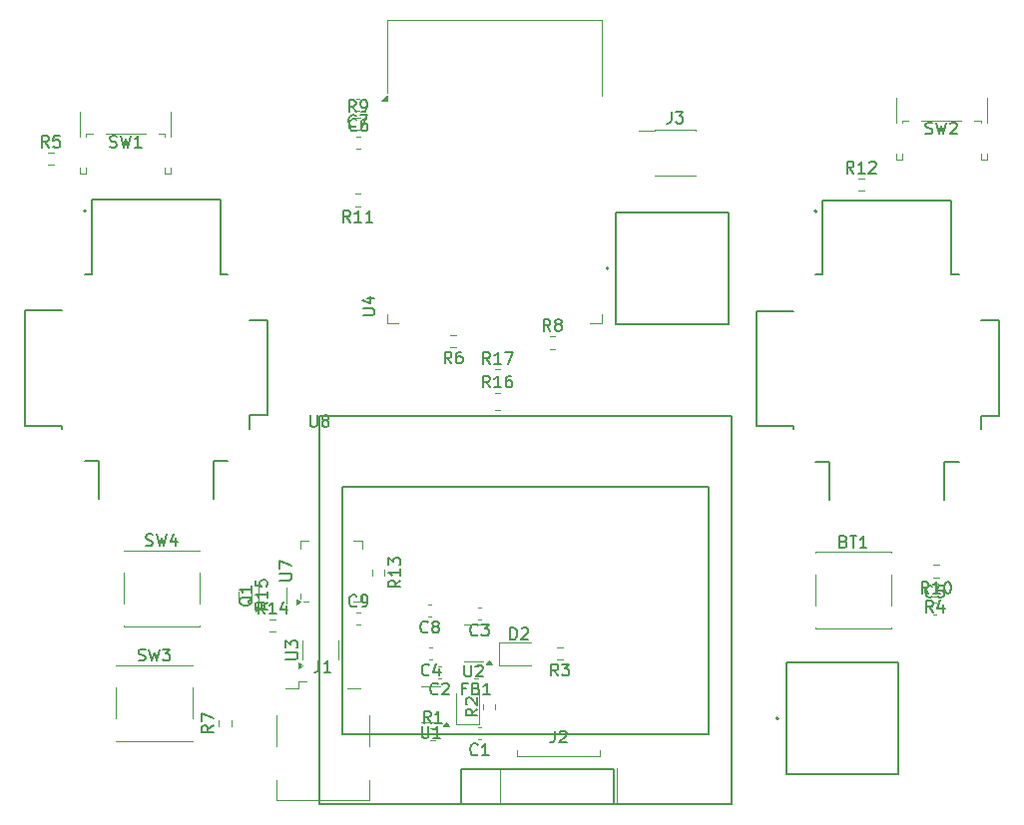
<source format=gbr>
%TF.GenerationSoftware,KiCad,Pcbnew,9.0.1*%
%TF.CreationDate,2025-09-21T13:47:25+02:00*%
%TF.ProjectId,RcSender,52635365-6e64-4657-922e-6b696361645f,rev?*%
%TF.SameCoordinates,Original*%
%TF.FileFunction,Legend,Top*%
%TF.FilePolarity,Positive*%
%FSLAX46Y46*%
G04 Gerber Fmt 4.6, Leading zero omitted, Abs format (unit mm)*
G04 Created by KiCad (PCBNEW 9.0.1) date 2025-09-21 13:47:25*
%MOMM*%
%LPD*%
G01*
G04 APERTURE LIST*
%ADD10C,0.150000*%
%ADD11C,0.120000*%
%ADD12C,0.127000*%
%ADD13C,0.200000*%
G04 APERTURE END LIST*
D10*
X66084819Y-122967857D02*
X65608628Y-123301190D01*
X66084819Y-123539285D02*
X65084819Y-123539285D01*
X65084819Y-123539285D02*
X65084819Y-123158333D01*
X65084819Y-123158333D02*
X65132438Y-123063095D01*
X65132438Y-123063095D02*
X65180057Y-123015476D01*
X65180057Y-123015476D02*
X65275295Y-122967857D01*
X65275295Y-122967857D02*
X65418152Y-122967857D01*
X65418152Y-122967857D02*
X65513390Y-123015476D01*
X65513390Y-123015476D02*
X65561009Y-123063095D01*
X65561009Y-123063095D02*
X65608628Y-123158333D01*
X65608628Y-123158333D02*
X65608628Y-123539285D01*
X66084819Y-122015476D02*
X66084819Y-122586904D01*
X66084819Y-122301190D02*
X65084819Y-122301190D01*
X65084819Y-122301190D02*
X65227676Y-122396428D01*
X65227676Y-122396428D02*
X65322914Y-122491666D01*
X65322914Y-122491666D02*
X65370533Y-122586904D01*
X65084819Y-121682142D02*
X65084819Y-121063095D01*
X65084819Y-121063095D02*
X65465771Y-121396428D01*
X65465771Y-121396428D02*
X65465771Y-121253571D01*
X65465771Y-121253571D02*
X65513390Y-121158333D01*
X65513390Y-121158333D02*
X65561009Y-121110714D01*
X65561009Y-121110714D02*
X65656247Y-121063095D01*
X65656247Y-121063095D02*
X65894342Y-121063095D01*
X65894342Y-121063095D02*
X65989580Y-121110714D01*
X65989580Y-121110714D02*
X66037200Y-121158333D01*
X66037200Y-121158333D02*
X66084819Y-121253571D01*
X66084819Y-121253571D02*
X66084819Y-121539285D01*
X66084819Y-121539285D02*
X66037200Y-121634523D01*
X66037200Y-121634523D02*
X65989580Y-121682142D01*
X58438095Y-108954819D02*
X58438095Y-109764342D01*
X58438095Y-109764342D02*
X58485714Y-109859580D01*
X58485714Y-109859580D02*
X58533333Y-109907200D01*
X58533333Y-109907200D02*
X58628571Y-109954819D01*
X58628571Y-109954819D02*
X58819047Y-109954819D01*
X58819047Y-109954819D02*
X58914285Y-109907200D01*
X58914285Y-109907200D02*
X58961904Y-109859580D01*
X58961904Y-109859580D02*
X59009523Y-109764342D01*
X59009523Y-109764342D02*
X59009523Y-108954819D01*
X59628571Y-109383390D02*
X59533333Y-109335771D01*
X59533333Y-109335771D02*
X59485714Y-109288152D01*
X59485714Y-109288152D02*
X59438095Y-109192914D01*
X59438095Y-109192914D02*
X59438095Y-109145295D01*
X59438095Y-109145295D02*
X59485714Y-109050057D01*
X59485714Y-109050057D02*
X59533333Y-109002438D01*
X59533333Y-109002438D02*
X59628571Y-108954819D01*
X59628571Y-108954819D02*
X59819047Y-108954819D01*
X59819047Y-108954819D02*
X59914285Y-109002438D01*
X59914285Y-109002438D02*
X59961904Y-109050057D01*
X59961904Y-109050057D02*
X60009523Y-109145295D01*
X60009523Y-109145295D02*
X60009523Y-109192914D01*
X60009523Y-109192914D02*
X59961904Y-109288152D01*
X59961904Y-109288152D02*
X59914285Y-109335771D01*
X59914285Y-109335771D02*
X59819047Y-109383390D01*
X59819047Y-109383390D02*
X59628571Y-109383390D01*
X59628571Y-109383390D02*
X59533333Y-109431009D01*
X59533333Y-109431009D02*
X59485714Y-109478628D01*
X59485714Y-109478628D02*
X59438095Y-109573866D01*
X59438095Y-109573866D02*
X59438095Y-109764342D01*
X59438095Y-109764342D02*
X59485714Y-109859580D01*
X59485714Y-109859580D02*
X59533333Y-109907200D01*
X59533333Y-109907200D02*
X59628571Y-109954819D01*
X59628571Y-109954819D02*
X59819047Y-109954819D01*
X59819047Y-109954819D02*
X59914285Y-109907200D01*
X59914285Y-109907200D02*
X59961904Y-109859580D01*
X59961904Y-109859580D02*
X60009523Y-109764342D01*
X60009523Y-109764342D02*
X60009523Y-109573866D01*
X60009523Y-109573866D02*
X59961904Y-109478628D01*
X59961904Y-109478628D02*
X59914285Y-109431009D01*
X59914285Y-109431009D02*
X59819047Y-109383390D01*
X53530057Y-124365238D02*
X53482438Y-124460476D01*
X53482438Y-124460476D02*
X53387200Y-124555714D01*
X53387200Y-124555714D02*
X53244342Y-124698571D01*
X53244342Y-124698571D02*
X53196723Y-124793809D01*
X53196723Y-124793809D02*
X53196723Y-124889047D01*
X53434819Y-124841428D02*
X53387200Y-124936666D01*
X53387200Y-124936666D02*
X53291961Y-125031904D01*
X53291961Y-125031904D02*
X53101485Y-125079523D01*
X53101485Y-125079523D02*
X52768152Y-125079523D01*
X52768152Y-125079523D02*
X52577676Y-125031904D01*
X52577676Y-125031904D02*
X52482438Y-124936666D01*
X52482438Y-124936666D02*
X52434819Y-124841428D01*
X52434819Y-124841428D02*
X52434819Y-124650952D01*
X52434819Y-124650952D02*
X52482438Y-124555714D01*
X52482438Y-124555714D02*
X52577676Y-124460476D01*
X52577676Y-124460476D02*
X52768152Y-124412857D01*
X52768152Y-124412857D02*
X53101485Y-124412857D01*
X53101485Y-124412857D02*
X53291961Y-124460476D01*
X53291961Y-124460476D02*
X53387200Y-124555714D01*
X53387200Y-124555714D02*
X53434819Y-124650952D01*
X53434819Y-124650952D02*
X53434819Y-124841428D01*
X53434819Y-123460476D02*
X53434819Y-124031904D01*
X53434819Y-123746190D02*
X52434819Y-123746190D01*
X52434819Y-123746190D02*
X52577676Y-123841428D01*
X52577676Y-123841428D02*
X52672914Y-123936666D01*
X52672914Y-123936666D02*
X52720533Y-124031904D01*
X62899819Y-100476904D02*
X63709342Y-100476904D01*
X63709342Y-100476904D02*
X63804580Y-100429285D01*
X63804580Y-100429285D02*
X63852200Y-100381666D01*
X63852200Y-100381666D02*
X63899819Y-100286428D01*
X63899819Y-100286428D02*
X63899819Y-100095952D01*
X63899819Y-100095952D02*
X63852200Y-100000714D01*
X63852200Y-100000714D02*
X63804580Y-99953095D01*
X63804580Y-99953095D02*
X63709342Y-99905476D01*
X63709342Y-99905476D02*
X62899819Y-99905476D01*
X63233152Y-99000714D02*
X63899819Y-99000714D01*
X62852200Y-99238809D02*
X63566485Y-99476904D01*
X63566485Y-99476904D02*
X63566485Y-98857857D01*
X71525595Y-130154819D02*
X71525595Y-130964342D01*
X71525595Y-130964342D02*
X71573214Y-131059580D01*
X71573214Y-131059580D02*
X71620833Y-131107200D01*
X71620833Y-131107200D02*
X71716071Y-131154819D01*
X71716071Y-131154819D02*
X71906547Y-131154819D01*
X71906547Y-131154819D02*
X72001785Y-131107200D01*
X72001785Y-131107200D02*
X72049404Y-131059580D01*
X72049404Y-131059580D02*
X72097023Y-130964342D01*
X72097023Y-130964342D02*
X72097023Y-130154819D01*
X72525595Y-130250057D02*
X72573214Y-130202438D01*
X72573214Y-130202438D02*
X72668452Y-130154819D01*
X72668452Y-130154819D02*
X72906547Y-130154819D01*
X72906547Y-130154819D02*
X73001785Y-130202438D01*
X73001785Y-130202438D02*
X73049404Y-130250057D01*
X73049404Y-130250057D02*
X73097023Y-130345295D01*
X73097023Y-130345295D02*
X73097023Y-130440533D01*
X73097023Y-130440533D02*
X73049404Y-130583390D01*
X73049404Y-130583390D02*
X72477976Y-131154819D01*
X72477976Y-131154819D02*
X73097023Y-131154819D01*
X72624819Y-133891666D02*
X72148628Y-134224999D01*
X72624819Y-134463094D02*
X71624819Y-134463094D01*
X71624819Y-134463094D02*
X71624819Y-134082142D01*
X71624819Y-134082142D02*
X71672438Y-133986904D01*
X71672438Y-133986904D02*
X71720057Y-133939285D01*
X71720057Y-133939285D02*
X71815295Y-133891666D01*
X71815295Y-133891666D02*
X71958152Y-133891666D01*
X71958152Y-133891666D02*
X72053390Y-133939285D01*
X72053390Y-133939285D02*
X72101009Y-133986904D01*
X72101009Y-133986904D02*
X72148628Y-134082142D01*
X72148628Y-134082142D02*
X72148628Y-134463094D01*
X71720057Y-133510713D02*
X71672438Y-133463094D01*
X71672438Y-133463094D02*
X71624819Y-133367856D01*
X71624819Y-133367856D02*
X71624819Y-133129761D01*
X71624819Y-133129761D02*
X71672438Y-133034523D01*
X71672438Y-133034523D02*
X71720057Y-132986904D01*
X71720057Y-132986904D02*
X71815295Y-132939285D01*
X71815295Y-132939285D02*
X71910533Y-132939285D01*
X71910533Y-132939285D02*
X72053390Y-132986904D01*
X72053390Y-132986904D02*
X72624819Y-133558332D01*
X72624819Y-133558332D02*
X72624819Y-132939285D01*
X72633333Y-127589580D02*
X72585714Y-127637200D01*
X72585714Y-127637200D02*
X72442857Y-127684819D01*
X72442857Y-127684819D02*
X72347619Y-127684819D01*
X72347619Y-127684819D02*
X72204762Y-127637200D01*
X72204762Y-127637200D02*
X72109524Y-127541961D01*
X72109524Y-127541961D02*
X72061905Y-127446723D01*
X72061905Y-127446723D02*
X72014286Y-127256247D01*
X72014286Y-127256247D02*
X72014286Y-127113390D01*
X72014286Y-127113390D02*
X72061905Y-126922914D01*
X72061905Y-126922914D02*
X72109524Y-126827676D01*
X72109524Y-126827676D02*
X72204762Y-126732438D01*
X72204762Y-126732438D02*
X72347619Y-126684819D01*
X72347619Y-126684819D02*
X72442857Y-126684819D01*
X72442857Y-126684819D02*
X72585714Y-126732438D01*
X72585714Y-126732438D02*
X72633333Y-126780057D01*
X72966667Y-126684819D02*
X73585714Y-126684819D01*
X73585714Y-126684819D02*
X73252381Y-127065771D01*
X73252381Y-127065771D02*
X73395238Y-127065771D01*
X73395238Y-127065771D02*
X73490476Y-127113390D01*
X73490476Y-127113390D02*
X73538095Y-127161009D01*
X73538095Y-127161009D02*
X73585714Y-127256247D01*
X73585714Y-127256247D02*
X73585714Y-127494342D01*
X73585714Y-127494342D02*
X73538095Y-127589580D01*
X73538095Y-127589580D02*
X73490476Y-127637200D01*
X73490476Y-127637200D02*
X73395238Y-127684819D01*
X73395238Y-127684819D02*
X73109524Y-127684819D01*
X73109524Y-127684819D02*
X73014286Y-127637200D01*
X73014286Y-127637200D02*
X72966667Y-127589580D01*
X41441667Y-86199700D02*
X41584524Y-86247319D01*
X41584524Y-86247319D02*
X41822619Y-86247319D01*
X41822619Y-86247319D02*
X41917857Y-86199700D01*
X41917857Y-86199700D02*
X41965476Y-86152080D01*
X41965476Y-86152080D02*
X42013095Y-86056842D01*
X42013095Y-86056842D02*
X42013095Y-85961604D01*
X42013095Y-85961604D02*
X41965476Y-85866366D01*
X41965476Y-85866366D02*
X41917857Y-85818747D01*
X41917857Y-85818747D02*
X41822619Y-85771128D01*
X41822619Y-85771128D02*
X41632143Y-85723509D01*
X41632143Y-85723509D02*
X41536905Y-85675890D01*
X41536905Y-85675890D02*
X41489286Y-85628271D01*
X41489286Y-85628271D02*
X41441667Y-85533033D01*
X41441667Y-85533033D02*
X41441667Y-85437795D01*
X41441667Y-85437795D02*
X41489286Y-85342557D01*
X41489286Y-85342557D02*
X41536905Y-85294938D01*
X41536905Y-85294938D02*
X41632143Y-85247319D01*
X41632143Y-85247319D02*
X41870238Y-85247319D01*
X41870238Y-85247319D02*
X42013095Y-85294938D01*
X42346429Y-85247319D02*
X42584524Y-86247319D01*
X42584524Y-86247319D02*
X42775000Y-85533033D01*
X42775000Y-85533033D02*
X42965476Y-86247319D01*
X42965476Y-86247319D02*
X43203572Y-85247319D01*
X44108333Y-86247319D02*
X43536905Y-86247319D01*
X43822619Y-86247319D02*
X43822619Y-85247319D01*
X43822619Y-85247319D02*
X43727381Y-85390176D01*
X43727381Y-85390176D02*
X43632143Y-85485414D01*
X43632143Y-85485414D02*
X43536905Y-85533033D01*
X75424405Y-128004819D02*
X75424405Y-127004819D01*
X75424405Y-127004819D02*
X75662500Y-127004819D01*
X75662500Y-127004819D02*
X75805357Y-127052438D01*
X75805357Y-127052438D02*
X75900595Y-127147676D01*
X75900595Y-127147676D02*
X75948214Y-127242914D01*
X75948214Y-127242914D02*
X75995833Y-127433390D01*
X75995833Y-127433390D02*
X75995833Y-127576247D01*
X75995833Y-127576247D02*
X75948214Y-127766723D01*
X75948214Y-127766723D02*
X75900595Y-127861961D01*
X75900595Y-127861961D02*
X75805357Y-127957200D01*
X75805357Y-127957200D02*
X75662500Y-128004819D01*
X75662500Y-128004819D02*
X75424405Y-128004819D01*
X76376786Y-127100057D02*
X76424405Y-127052438D01*
X76424405Y-127052438D02*
X76519643Y-127004819D01*
X76519643Y-127004819D02*
X76757738Y-127004819D01*
X76757738Y-127004819D02*
X76852976Y-127052438D01*
X76852976Y-127052438D02*
X76900595Y-127100057D01*
X76900595Y-127100057D02*
X76948214Y-127195295D01*
X76948214Y-127195295D02*
X76948214Y-127290533D01*
X76948214Y-127290533D02*
X76900595Y-127433390D01*
X76900595Y-127433390D02*
X76329167Y-128004819D01*
X76329167Y-128004819D02*
X76948214Y-128004819D01*
X79458333Y-131084819D02*
X79125000Y-130608628D01*
X78886905Y-131084819D02*
X78886905Y-130084819D01*
X78886905Y-130084819D02*
X79267857Y-130084819D01*
X79267857Y-130084819D02*
X79363095Y-130132438D01*
X79363095Y-130132438D02*
X79410714Y-130180057D01*
X79410714Y-130180057D02*
X79458333Y-130275295D01*
X79458333Y-130275295D02*
X79458333Y-130418152D01*
X79458333Y-130418152D02*
X79410714Y-130513390D01*
X79410714Y-130513390D02*
X79363095Y-130561009D01*
X79363095Y-130561009D02*
X79267857Y-130608628D01*
X79267857Y-130608628D02*
X78886905Y-130608628D01*
X79791667Y-130084819D02*
X80410714Y-130084819D01*
X80410714Y-130084819D02*
X80077381Y-130465771D01*
X80077381Y-130465771D02*
X80220238Y-130465771D01*
X80220238Y-130465771D02*
X80315476Y-130513390D01*
X80315476Y-130513390D02*
X80363095Y-130561009D01*
X80363095Y-130561009D02*
X80410714Y-130656247D01*
X80410714Y-130656247D02*
X80410714Y-130894342D01*
X80410714Y-130894342D02*
X80363095Y-130989580D01*
X80363095Y-130989580D02*
X80315476Y-131037200D01*
X80315476Y-131037200D02*
X80220238Y-131084819D01*
X80220238Y-131084819D02*
X79934524Y-131084819D01*
X79934524Y-131084819D02*
X79839286Y-131037200D01*
X79839286Y-131037200D02*
X79791667Y-130989580D01*
X62358333Y-125129580D02*
X62310714Y-125177200D01*
X62310714Y-125177200D02*
X62167857Y-125224819D01*
X62167857Y-125224819D02*
X62072619Y-125224819D01*
X62072619Y-125224819D02*
X61929762Y-125177200D01*
X61929762Y-125177200D02*
X61834524Y-125081961D01*
X61834524Y-125081961D02*
X61786905Y-124986723D01*
X61786905Y-124986723D02*
X61739286Y-124796247D01*
X61739286Y-124796247D02*
X61739286Y-124653390D01*
X61739286Y-124653390D02*
X61786905Y-124462914D01*
X61786905Y-124462914D02*
X61834524Y-124367676D01*
X61834524Y-124367676D02*
X61929762Y-124272438D01*
X61929762Y-124272438D02*
X62072619Y-124224819D01*
X62072619Y-124224819D02*
X62167857Y-124224819D01*
X62167857Y-124224819D02*
X62310714Y-124272438D01*
X62310714Y-124272438D02*
X62358333Y-124320057D01*
X62834524Y-125224819D02*
X63025000Y-125224819D01*
X63025000Y-125224819D02*
X63120238Y-125177200D01*
X63120238Y-125177200D02*
X63167857Y-125129580D01*
X63167857Y-125129580D02*
X63263095Y-124986723D01*
X63263095Y-124986723D02*
X63310714Y-124796247D01*
X63310714Y-124796247D02*
X63310714Y-124415295D01*
X63310714Y-124415295D02*
X63263095Y-124320057D01*
X63263095Y-124320057D02*
X63215476Y-124272438D01*
X63215476Y-124272438D02*
X63120238Y-124224819D01*
X63120238Y-124224819D02*
X62929762Y-124224819D01*
X62929762Y-124224819D02*
X62834524Y-124272438D01*
X62834524Y-124272438D02*
X62786905Y-124320057D01*
X62786905Y-124320057D02*
X62739286Y-124415295D01*
X62739286Y-124415295D02*
X62739286Y-124653390D01*
X62739286Y-124653390D02*
X62786905Y-124748628D01*
X62786905Y-124748628D02*
X62834524Y-124796247D01*
X62834524Y-124796247D02*
X62929762Y-124843866D01*
X62929762Y-124843866D02*
X63120238Y-124843866D01*
X63120238Y-124843866D02*
X63215476Y-124796247D01*
X63215476Y-124796247D02*
X63263095Y-124748628D01*
X63263095Y-124748628D02*
X63310714Y-124653390D01*
X71654166Y-132161009D02*
X71320833Y-132161009D01*
X71320833Y-132684819D02*
X71320833Y-131684819D01*
X71320833Y-131684819D02*
X71797023Y-131684819D01*
X72511309Y-132161009D02*
X72654166Y-132208628D01*
X72654166Y-132208628D02*
X72701785Y-132256247D01*
X72701785Y-132256247D02*
X72749404Y-132351485D01*
X72749404Y-132351485D02*
X72749404Y-132494342D01*
X72749404Y-132494342D02*
X72701785Y-132589580D01*
X72701785Y-132589580D02*
X72654166Y-132637200D01*
X72654166Y-132637200D02*
X72558928Y-132684819D01*
X72558928Y-132684819D02*
X72177976Y-132684819D01*
X72177976Y-132684819D02*
X72177976Y-131684819D01*
X72177976Y-131684819D02*
X72511309Y-131684819D01*
X72511309Y-131684819D02*
X72606547Y-131732438D01*
X72606547Y-131732438D02*
X72654166Y-131780057D01*
X72654166Y-131780057D02*
X72701785Y-131875295D01*
X72701785Y-131875295D02*
X72701785Y-131970533D01*
X72701785Y-131970533D02*
X72654166Y-132065771D01*
X72654166Y-132065771D02*
X72606547Y-132113390D01*
X72606547Y-132113390D02*
X72511309Y-132161009D01*
X72511309Y-132161009D02*
X72177976Y-132161009D01*
X73701785Y-132684819D02*
X73130357Y-132684819D01*
X73416071Y-132684819D02*
X73416071Y-131684819D01*
X73416071Y-131684819D02*
X73320833Y-131827676D01*
X73320833Y-131827676D02*
X73225595Y-131922914D01*
X73225595Y-131922914D02*
X73130357Y-131970533D01*
X43866667Y-129757200D02*
X44009524Y-129804819D01*
X44009524Y-129804819D02*
X44247619Y-129804819D01*
X44247619Y-129804819D02*
X44342857Y-129757200D01*
X44342857Y-129757200D02*
X44390476Y-129709580D01*
X44390476Y-129709580D02*
X44438095Y-129614342D01*
X44438095Y-129614342D02*
X44438095Y-129519104D01*
X44438095Y-129519104D02*
X44390476Y-129423866D01*
X44390476Y-129423866D02*
X44342857Y-129376247D01*
X44342857Y-129376247D02*
X44247619Y-129328628D01*
X44247619Y-129328628D02*
X44057143Y-129281009D01*
X44057143Y-129281009D02*
X43961905Y-129233390D01*
X43961905Y-129233390D02*
X43914286Y-129185771D01*
X43914286Y-129185771D02*
X43866667Y-129090533D01*
X43866667Y-129090533D02*
X43866667Y-128995295D01*
X43866667Y-128995295D02*
X43914286Y-128900057D01*
X43914286Y-128900057D02*
X43961905Y-128852438D01*
X43961905Y-128852438D02*
X44057143Y-128804819D01*
X44057143Y-128804819D02*
X44295238Y-128804819D01*
X44295238Y-128804819D02*
X44438095Y-128852438D01*
X44771429Y-128804819D02*
X45009524Y-129804819D01*
X45009524Y-129804819D02*
X45200000Y-129090533D01*
X45200000Y-129090533D02*
X45390476Y-129804819D01*
X45390476Y-129804819D02*
X45628572Y-128804819D01*
X45914286Y-128804819D02*
X46533333Y-128804819D01*
X46533333Y-128804819D02*
X46200000Y-129185771D01*
X46200000Y-129185771D02*
X46342857Y-129185771D01*
X46342857Y-129185771D02*
X46438095Y-129233390D01*
X46438095Y-129233390D02*
X46485714Y-129281009D01*
X46485714Y-129281009D02*
X46533333Y-129376247D01*
X46533333Y-129376247D02*
X46533333Y-129614342D01*
X46533333Y-129614342D02*
X46485714Y-129709580D01*
X46485714Y-129709580D02*
X46438095Y-129757200D01*
X46438095Y-129757200D02*
X46342857Y-129804819D01*
X46342857Y-129804819D02*
X46057143Y-129804819D01*
X46057143Y-129804819D02*
X45961905Y-129757200D01*
X45961905Y-129757200D02*
X45914286Y-129709580D01*
X50224819Y-135291666D02*
X49748628Y-135624999D01*
X50224819Y-135863094D02*
X49224819Y-135863094D01*
X49224819Y-135863094D02*
X49224819Y-135482142D01*
X49224819Y-135482142D02*
X49272438Y-135386904D01*
X49272438Y-135386904D02*
X49320057Y-135339285D01*
X49320057Y-135339285D02*
X49415295Y-135291666D01*
X49415295Y-135291666D02*
X49558152Y-135291666D01*
X49558152Y-135291666D02*
X49653390Y-135339285D01*
X49653390Y-135339285D02*
X49701009Y-135386904D01*
X49701009Y-135386904D02*
X49748628Y-135482142D01*
X49748628Y-135482142D02*
X49748628Y-135863094D01*
X49224819Y-134958332D02*
X49224819Y-134291666D01*
X49224819Y-134291666D02*
X50224819Y-134720237D01*
X72633333Y-137739580D02*
X72585714Y-137787200D01*
X72585714Y-137787200D02*
X72442857Y-137834819D01*
X72442857Y-137834819D02*
X72347619Y-137834819D01*
X72347619Y-137834819D02*
X72204762Y-137787200D01*
X72204762Y-137787200D02*
X72109524Y-137691961D01*
X72109524Y-137691961D02*
X72061905Y-137596723D01*
X72061905Y-137596723D02*
X72014286Y-137406247D01*
X72014286Y-137406247D02*
X72014286Y-137263390D01*
X72014286Y-137263390D02*
X72061905Y-137072914D01*
X72061905Y-137072914D02*
X72109524Y-136977676D01*
X72109524Y-136977676D02*
X72204762Y-136882438D01*
X72204762Y-136882438D02*
X72347619Y-136834819D01*
X72347619Y-136834819D02*
X72442857Y-136834819D01*
X72442857Y-136834819D02*
X72585714Y-136882438D01*
X72585714Y-136882438D02*
X72633333Y-136930057D01*
X73585714Y-137834819D02*
X73014286Y-137834819D01*
X73300000Y-137834819D02*
X73300000Y-136834819D01*
X73300000Y-136834819D02*
X73204762Y-136977676D01*
X73204762Y-136977676D02*
X73109524Y-137072914D01*
X73109524Y-137072914D02*
X73014286Y-137120533D01*
X36258333Y-86224819D02*
X35925000Y-85748628D01*
X35686905Y-86224819D02*
X35686905Y-85224819D01*
X35686905Y-85224819D02*
X36067857Y-85224819D01*
X36067857Y-85224819D02*
X36163095Y-85272438D01*
X36163095Y-85272438D02*
X36210714Y-85320057D01*
X36210714Y-85320057D02*
X36258333Y-85415295D01*
X36258333Y-85415295D02*
X36258333Y-85558152D01*
X36258333Y-85558152D02*
X36210714Y-85653390D01*
X36210714Y-85653390D02*
X36163095Y-85701009D01*
X36163095Y-85701009D02*
X36067857Y-85748628D01*
X36067857Y-85748628D02*
X35686905Y-85748628D01*
X37163095Y-85224819D02*
X36686905Y-85224819D01*
X36686905Y-85224819D02*
X36639286Y-85701009D01*
X36639286Y-85701009D02*
X36686905Y-85653390D01*
X36686905Y-85653390D02*
X36782143Y-85605771D01*
X36782143Y-85605771D02*
X37020238Y-85605771D01*
X37020238Y-85605771D02*
X37115476Y-85653390D01*
X37115476Y-85653390D02*
X37163095Y-85701009D01*
X37163095Y-85701009D02*
X37210714Y-85796247D01*
X37210714Y-85796247D02*
X37210714Y-86034342D01*
X37210714Y-86034342D02*
X37163095Y-86129580D01*
X37163095Y-86129580D02*
X37115476Y-86177200D01*
X37115476Y-86177200D02*
X37020238Y-86224819D01*
X37020238Y-86224819D02*
X36782143Y-86224819D01*
X36782143Y-86224819D02*
X36686905Y-86177200D01*
X36686905Y-86177200D02*
X36639286Y-86129580D01*
X104532142Y-88424819D02*
X104198809Y-87948628D01*
X103960714Y-88424819D02*
X103960714Y-87424819D01*
X103960714Y-87424819D02*
X104341666Y-87424819D01*
X104341666Y-87424819D02*
X104436904Y-87472438D01*
X104436904Y-87472438D02*
X104484523Y-87520057D01*
X104484523Y-87520057D02*
X104532142Y-87615295D01*
X104532142Y-87615295D02*
X104532142Y-87758152D01*
X104532142Y-87758152D02*
X104484523Y-87853390D01*
X104484523Y-87853390D02*
X104436904Y-87901009D01*
X104436904Y-87901009D02*
X104341666Y-87948628D01*
X104341666Y-87948628D02*
X103960714Y-87948628D01*
X105484523Y-88424819D02*
X104913095Y-88424819D01*
X105198809Y-88424819D02*
X105198809Y-87424819D01*
X105198809Y-87424819D02*
X105103571Y-87567676D01*
X105103571Y-87567676D02*
X105008333Y-87662914D01*
X105008333Y-87662914D02*
X104913095Y-87710533D01*
X105865476Y-87520057D02*
X105913095Y-87472438D01*
X105913095Y-87472438D02*
X106008333Y-87424819D01*
X106008333Y-87424819D02*
X106246428Y-87424819D01*
X106246428Y-87424819D02*
X106341666Y-87472438D01*
X106341666Y-87472438D02*
X106389285Y-87520057D01*
X106389285Y-87520057D02*
X106436904Y-87615295D01*
X106436904Y-87615295D02*
X106436904Y-87710533D01*
X106436904Y-87710533D02*
X106389285Y-87853390D01*
X106389285Y-87853390D02*
X105817857Y-88424819D01*
X105817857Y-88424819D02*
X106436904Y-88424819D01*
X89066666Y-83189819D02*
X89066666Y-83904104D01*
X89066666Y-83904104D02*
X89019047Y-84046961D01*
X89019047Y-84046961D02*
X88923809Y-84142200D01*
X88923809Y-84142200D02*
X88780952Y-84189819D01*
X88780952Y-84189819D02*
X88685714Y-84189819D01*
X89447619Y-83189819D02*
X90066666Y-83189819D01*
X90066666Y-83189819D02*
X89733333Y-83570771D01*
X89733333Y-83570771D02*
X89876190Y-83570771D01*
X89876190Y-83570771D02*
X89971428Y-83618390D01*
X89971428Y-83618390D02*
X90019047Y-83666009D01*
X90019047Y-83666009D02*
X90066666Y-83761247D01*
X90066666Y-83761247D02*
X90066666Y-83999342D01*
X90066666Y-83999342D02*
X90019047Y-84094580D01*
X90019047Y-84094580D02*
X89971428Y-84142200D01*
X89971428Y-84142200D02*
X89876190Y-84189819D01*
X89876190Y-84189819D02*
X89590476Y-84189819D01*
X89590476Y-84189819D02*
X89495238Y-84142200D01*
X89495238Y-84142200D02*
X89447619Y-84094580D01*
X55854819Y-122961904D02*
X56664342Y-122961904D01*
X56664342Y-122961904D02*
X56759580Y-122914285D01*
X56759580Y-122914285D02*
X56807200Y-122866666D01*
X56807200Y-122866666D02*
X56854819Y-122771428D01*
X56854819Y-122771428D02*
X56854819Y-122580952D01*
X56854819Y-122580952D02*
X56807200Y-122485714D01*
X56807200Y-122485714D02*
X56759580Y-122438095D01*
X56759580Y-122438095D02*
X56664342Y-122390476D01*
X56664342Y-122390476D02*
X55854819Y-122390476D01*
X55854819Y-122009523D02*
X55854819Y-121342857D01*
X55854819Y-121342857D02*
X56854819Y-121771428D01*
X103694285Y-119681009D02*
X103837142Y-119728628D01*
X103837142Y-119728628D02*
X103884761Y-119776247D01*
X103884761Y-119776247D02*
X103932380Y-119871485D01*
X103932380Y-119871485D02*
X103932380Y-120014342D01*
X103932380Y-120014342D02*
X103884761Y-120109580D01*
X103884761Y-120109580D02*
X103837142Y-120157200D01*
X103837142Y-120157200D02*
X103741904Y-120204819D01*
X103741904Y-120204819D02*
X103360952Y-120204819D01*
X103360952Y-120204819D02*
X103360952Y-119204819D01*
X103360952Y-119204819D02*
X103694285Y-119204819D01*
X103694285Y-119204819D02*
X103789523Y-119252438D01*
X103789523Y-119252438D02*
X103837142Y-119300057D01*
X103837142Y-119300057D02*
X103884761Y-119395295D01*
X103884761Y-119395295D02*
X103884761Y-119490533D01*
X103884761Y-119490533D02*
X103837142Y-119585771D01*
X103837142Y-119585771D02*
X103789523Y-119633390D01*
X103789523Y-119633390D02*
X103694285Y-119681009D01*
X103694285Y-119681009D02*
X103360952Y-119681009D01*
X104218095Y-119204819D02*
X104789523Y-119204819D01*
X104503809Y-120204819D02*
X104503809Y-119204819D01*
X105646666Y-120204819D02*
X105075238Y-120204819D01*
X105360952Y-120204819D02*
X105360952Y-119204819D01*
X105360952Y-119204819D02*
X105265714Y-119347676D01*
X105265714Y-119347676D02*
X105170476Y-119442914D01*
X105170476Y-119442914D02*
X105075238Y-119490533D01*
X54784819Y-124842857D02*
X54308628Y-125176190D01*
X54784819Y-125414285D02*
X53784819Y-125414285D01*
X53784819Y-125414285D02*
X53784819Y-125033333D01*
X53784819Y-125033333D02*
X53832438Y-124938095D01*
X53832438Y-124938095D02*
X53880057Y-124890476D01*
X53880057Y-124890476D02*
X53975295Y-124842857D01*
X53975295Y-124842857D02*
X54118152Y-124842857D01*
X54118152Y-124842857D02*
X54213390Y-124890476D01*
X54213390Y-124890476D02*
X54261009Y-124938095D01*
X54261009Y-124938095D02*
X54308628Y-125033333D01*
X54308628Y-125033333D02*
X54308628Y-125414285D01*
X54784819Y-123890476D02*
X54784819Y-124461904D01*
X54784819Y-124176190D02*
X53784819Y-124176190D01*
X53784819Y-124176190D02*
X53927676Y-124271428D01*
X53927676Y-124271428D02*
X54022914Y-124366666D01*
X54022914Y-124366666D02*
X54070533Y-124461904D01*
X53784819Y-122985714D02*
X53784819Y-123461904D01*
X53784819Y-123461904D02*
X54261009Y-123509523D01*
X54261009Y-123509523D02*
X54213390Y-123461904D01*
X54213390Y-123461904D02*
X54165771Y-123366666D01*
X54165771Y-123366666D02*
X54165771Y-123128571D01*
X54165771Y-123128571D02*
X54213390Y-123033333D01*
X54213390Y-123033333D02*
X54261009Y-122985714D01*
X54261009Y-122985714D02*
X54356247Y-122938095D01*
X54356247Y-122938095D02*
X54594342Y-122938095D01*
X54594342Y-122938095D02*
X54689580Y-122985714D01*
X54689580Y-122985714D02*
X54737200Y-123033333D01*
X54737200Y-123033333D02*
X54784819Y-123128571D01*
X54784819Y-123128571D02*
X54784819Y-123366666D01*
X54784819Y-123366666D02*
X54737200Y-123461904D01*
X54737200Y-123461904D02*
X54689580Y-123509523D01*
X54582142Y-125824819D02*
X54248809Y-125348628D01*
X54010714Y-125824819D02*
X54010714Y-124824819D01*
X54010714Y-124824819D02*
X54391666Y-124824819D01*
X54391666Y-124824819D02*
X54486904Y-124872438D01*
X54486904Y-124872438D02*
X54534523Y-124920057D01*
X54534523Y-124920057D02*
X54582142Y-125015295D01*
X54582142Y-125015295D02*
X54582142Y-125158152D01*
X54582142Y-125158152D02*
X54534523Y-125253390D01*
X54534523Y-125253390D02*
X54486904Y-125301009D01*
X54486904Y-125301009D02*
X54391666Y-125348628D01*
X54391666Y-125348628D02*
X54010714Y-125348628D01*
X55534523Y-125824819D02*
X54963095Y-125824819D01*
X55248809Y-125824819D02*
X55248809Y-124824819D01*
X55248809Y-124824819D02*
X55153571Y-124967676D01*
X55153571Y-124967676D02*
X55058333Y-125062914D01*
X55058333Y-125062914D02*
X54963095Y-125110533D01*
X56391666Y-125158152D02*
X56391666Y-125824819D01*
X56153571Y-124777200D02*
X55915476Y-125491485D01*
X55915476Y-125491485D02*
X56534523Y-125491485D01*
X79166666Y-135744819D02*
X79166666Y-136459104D01*
X79166666Y-136459104D02*
X79119047Y-136601961D01*
X79119047Y-136601961D02*
X79023809Y-136697200D01*
X79023809Y-136697200D02*
X78880952Y-136744819D01*
X78880952Y-136744819D02*
X78785714Y-136744819D01*
X79595238Y-135840057D02*
X79642857Y-135792438D01*
X79642857Y-135792438D02*
X79738095Y-135744819D01*
X79738095Y-135744819D02*
X79976190Y-135744819D01*
X79976190Y-135744819D02*
X80071428Y-135792438D01*
X80071428Y-135792438D02*
X80119047Y-135840057D01*
X80119047Y-135840057D02*
X80166666Y-135935295D01*
X80166666Y-135935295D02*
X80166666Y-136030533D01*
X80166666Y-136030533D02*
X80119047Y-136173390D01*
X80119047Y-136173390D02*
X79547619Y-136744819D01*
X79547619Y-136744819D02*
X80166666Y-136744819D01*
X56354819Y-129661904D02*
X57164342Y-129661904D01*
X57164342Y-129661904D02*
X57259580Y-129614285D01*
X57259580Y-129614285D02*
X57307200Y-129566666D01*
X57307200Y-129566666D02*
X57354819Y-129471428D01*
X57354819Y-129471428D02*
X57354819Y-129280952D01*
X57354819Y-129280952D02*
X57307200Y-129185714D01*
X57307200Y-129185714D02*
X57259580Y-129138095D01*
X57259580Y-129138095D02*
X57164342Y-129090476D01*
X57164342Y-129090476D02*
X56354819Y-129090476D01*
X56354819Y-128709523D02*
X56354819Y-128090476D01*
X56354819Y-128090476D02*
X56735771Y-128423809D01*
X56735771Y-128423809D02*
X56735771Y-128280952D01*
X56735771Y-128280952D02*
X56783390Y-128185714D01*
X56783390Y-128185714D02*
X56831009Y-128138095D01*
X56831009Y-128138095D02*
X56926247Y-128090476D01*
X56926247Y-128090476D02*
X57164342Y-128090476D01*
X57164342Y-128090476D02*
X57259580Y-128138095D01*
X57259580Y-128138095D02*
X57307200Y-128185714D01*
X57307200Y-128185714D02*
X57354819Y-128280952D01*
X57354819Y-128280952D02*
X57354819Y-128566666D01*
X57354819Y-128566666D02*
X57307200Y-128661904D01*
X57307200Y-128661904D02*
X57259580Y-128709523D01*
X68508333Y-130989580D02*
X68460714Y-131037200D01*
X68460714Y-131037200D02*
X68317857Y-131084819D01*
X68317857Y-131084819D02*
X68222619Y-131084819D01*
X68222619Y-131084819D02*
X68079762Y-131037200D01*
X68079762Y-131037200D02*
X67984524Y-130941961D01*
X67984524Y-130941961D02*
X67936905Y-130846723D01*
X67936905Y-130846723D02*
X67889286Y-130656247D01*
X67889286Y-130656247D02*
X67889286Y-130513390D01*
X67889286Y-130513390D02*
X67936905Y-130322914D01*
X67936905Y-130322914D02*
X67984524Y-130227676D01*
X67984524Y-130227676D02*
X68079762Y-130132438D01*
X68079762Y-130132438D02*
X68222619Y-130084819D01*
X68222619Y-130084819D02*
X68317857Y-130084819D01*
X68317857Y-130084819D02*
X68460714Y-130132438D01*
X68460714Y-130132438D02*
X68508333Y-130180057D01*
X69365476Y-130418152D02*
X69365476Y-131084819D01*
X69127381Y-130037200D02*
X68889286Y-130751485D01*
X68889286Y-130751485D02*
X69508333Y-130751485D01*
X78808333Y-101824819D02*
X78475000Y-101348628D01*
X78236905Y-101824819D02*
X78236905Y-100824819D01*
X78236905Y-100824819D02*
X78617857Y-100824819D01*
X78617857Y-100824819D02*
X78713095Y-100872438D01*
X78713095Y-100872438D02*
X78760714Y-100920057D01*
X78760714Y-100920057D02*
X78808333Y-101015295D01*
X78808333Y-101015295D02*
X78808333Y-101158152D01*
X78808333Y-101158152D02*
X78760714Y-101253390D01*
X78760714Y-101253390D02*
X78713095Y-101301009D01*
X78713095Y-101301009D02*
X78617857Y-101348628D01*
X78617857Y-101348628D02*
X78236905Y-101348628D01*
X79379762Y-101253390D02*
X79284524Y-101205771D01*
X79284524Y-101205771D02*
X79236905Y-101158152D01*
X79236905Y-101158152D02*
X79189286Y-101062914D01*
X79189286Y-101062914D02*
X79189286Y-101015295D01*
X79189286Y-101015295D02*
X79236905Y-100920057D01*
X79236905Y-100920057D02*
X79284524Y-100872438D01*
X79284524Y-100872438D02*
X79379762Y-100824819D01*
X79379762Y-100824819D02*
X79570238Y-100824819D01*
X79570238Y-100824819D02*
X79665476Y-100872438D01*
X79665476Y-100872438D02*
X79713095Y-100920057D01*
X79713095Y-100920057D02*
X79760714Y-101015295D01*
X79760714Y-101015295D02*
X79760714Y-101062914D01*
X79760714Y-101062914D02*
X79713095Y-101158152D01*
X79713095Y-101158152D02*
X79665476Y-101205771D01*
X79665476Y-101205771D02*
X79570238Y-101253390D01*
X79570238Y-101253390D02*
X79379762Y-101253390D01*
X79379762Y-101253390D02*
X79284524Y-101301009D01*
X79284524Y-101301009D02*
X79236905Y-101348628D01*
X79236905Y-101348628D02*
X79189286Y-101443866D01*
X79189286Y-101443866D02*
X79189286Y-101634342D01*
X79189286Y-101634342D02*
X79236905Y-101729580D01*
X79236905Y-101729580D02*
X79284524Y-101777200D01*
X79284524Y-101777200D02*
X79379762Y-101824819D01*
X79379762Y-101824819D02*
X79570238Y-101824819D01*
X79570238Y-101824819D02*
X79665476Y-101777200D01*
X79665476Y-101777200D02*
X79713095Y-101729580D01*
X79713095Y-101729580D02*
X79760714Y-101634342D01*
X79760714Y-101634342D02*
X79760714Y-101443866D01*
X79760714Y-101443866D02*
X79713095Y-101348628D01*
X79713095Y-101348628D02*
X79665476Y-101301009D01*
X79665476Y-101301009D02*
X79570238Y-101253390D01*
X62308333Y-83224819D02*
X61975000Y-82748628D01*
X61736905Y-83224819D02*
X61736905Y-82224819D01*
X61736905Y-82224819D02*
X62117857Y-82224819D01*
X62117857Y-82224819D02*
X62213095Y-82272438D01*
X62213095Y-82272438D02*
X62260714Y-82320057D01*
X62260714Y-82320057D02*
X62308333Y-82415295D01*
X62308333Y-82415295D02*
X62308333Y-82558152D01*
X62308333Y-82558152D02*
X62260714Y-82653390D01*
X62260714Y-82653390D02*
X62213095Y-82701009D01*
X62213095Y-82701009D02*
X62117857Y-82748628D01*
X62117857Y-82748628D02*
X61736905Y-82748628D01*
X62784524Y-83224819D02*
X62975000Y-83224819D01*
X62975000Y-83224819D02*
X63070238Y-83177200D01*
X63070238Y-83177200D02*
X63117857Y-83129580D01*
X63117857Y-83129580D02*
X63213095Y-82986723D01*
X63213095Y-82986723D02*
X63260714Y-82796247D01*
X63260714Y-82796247D02*
X63260714Y-82415295D01*
X63260714Y-82415295D02*
X63213095Y-82320057D01*
X63213095Y-82320057D02*
X63165476Y-82272438D01*
X63165476Y-82272438D02*
X63070238Y-82224819D01*
X63070238Y-82224819D02*
X62879762Y-82224819D01*
X62879762Y-82224819D02*
X62784524Y-82272438D01*
X62784524Y-82272438D02*
X62736905Y-82320057D01*
X62736905Y-82320057D02*
X62689286Y-82415295D01*
X62689286Y-82415295D02*
X62689286Y-82653390D01*
X62689286Y-82653390D02*
X62736905Y-82748628D01*
X62736905Y-82748628D02*
X62784524Y-82796247D01*
X62784524Y-82796247D02*
X62879762Y-82843866D01*
X62879762Y-82843866D02*
X63070238Y-82843866D01*
X63070238Y-82843866D02*
X63165476Y-82796247D01*
X63165476Y-82796247D02*
X63213095Y-82748628D01*
X63213095Y-82748628D02*
X63260714Y-82653390D01*
X111233333Y-124329580D02*
X111185714Y-124377200D01*
X111185714Y-124377200D02*
X111042857Y-124424819D01*
X111042857Y-124424819D02*
X110947619Y-124424819D01*
X110947619Y-124424819D02*
X110804762Y-124377200D01*
X110804762Y-124377200D02*
X110709524Y-124281961D01*
X110709524Y-124281961D02*
X110661905Y-124186723D01*
X110661905Y-124186723D02*
X110614286Y-123996247D01*
X110614286Y-123996247D02*
X110614286Y-123853390D01*
X110614286Y-123853390D02*
X110661905Y-123662914D01*
X110661905Y-123662914D02*
X110709524Y-123567676D01*
X110709524Y-123567676D02*
X110804762Y-123472438D01*
X110804762Y-123472438D02*
X110947619Y-123424819D01*
X110947619Y-123424819D02*
X111042857Y-123424819D01*
X111042857Y-123424819D02*
X111185714Y-123472438D01*
X111185714Y-123472438D02*
X111233333Y-123520057D01*
X112138095Y-123424819D02*
X111661905Y-123424819D01*
X111661905Y-123424819D02*
X111614286Y-123901009D01*
X111614286Y-123901009D02*
X111661905Y-123853390D01*
X111661905Y-123853390D02*
X111757143Y-123805771D01*
X111757143Y-123805771D02*
X111995238Y-123805771D01*
X111995238Y-123805771D02*
X112090476Y-123853390D01*
X112090476Y-123853390D02*
X112138095Y-123901009D01*
X112138095Y-123901009D02*
X112185714Y-123996247D01*
X112185714Y-123996247D02*
X112185714Y-124234342D01*
X112185714Y-124234342D02*
X112138095Y-124329580D01*
X112138095Y-124329580D02*
X112090476Y-124377200D01*
X112090476Y-124377200D02*
X111995238Y-124424819D01*
X111995238Y-124424819D02*
X111757143Y-124424819D01*
X111757143Y-124424819D02*
X111661905Y-124377200D01*
X111661905Y-124377200D02*
X111614286Y-124329580D01*
X69258333Y-132589580D02*
X69210714Y-132637200D01*
X69210714Y-132637200D02*
X69067857Y-132684819D01*
X69067857Y-132684819D02*
X68972619Y-132684819D01*
X68972619Y-132684819D02*
X68829762Y-132637200D01*
X68829762Y-132637200D02*
X68734524Y-132541961D01*
X68734524Y-132541961D02*
X68686905Y-132446723D01*
X68686905Y-132446723D02*
X68639286Y-132256247D01*
X68639286Y-132256247D02*
X68639286Y-132113390D01*
X68639286Y-132113390D02*
X68686905Y-131922914D01*
X68686905Y-131922914D02*
X68734524Y-131827676D01*
X68734524Y-131827676D02*
X68829762Y-131732438D01*
X68829762Y-131732438D02*
X68972619Y-131684819D01*
X68972619Y-131684819D02*
X69067857Y-131684819D01*
X69067857Y-131684819D02*
X69210714Y-131732438D01*
X69210714Y-131732438D02*
X69258333Y-131780057D01*
X69639286Y-131780057D02*
X69686905Y-131732438D01*
X69686905Y-131732438D02*
X69782143Y-131684819D01*
X69782143Y-131684819D02*
X70020238Y-131684819D01*
X70020238Y-131684819D02*
X70115476Y-131732438D01*
X70115476Y-131732438D02*
X70163095Y-131780057D01*
X70163095Y-131780057D02*
X70210714Y-131875295D01*
X70210714Y-131875295D02*
X70210714Y-131970533D01*
X70210714Y-131970533D02*
X70163095Y-132113390D01*
X70163095Y-132113390D02*
X69591667Y-132684819D01*
X69591667Y-132684819D02*
X70210714Y-132684819D01*
X44486667Y-120007200D02*
X44629524Y-120054819D01*
X44629524Y-120054819D02*
X44867619Y-120054819D01*
X44867619Y-120054819D02*
X44962857Y-120007200D01*
X44962857Y-120007200D02*
X45010476Y-119959580D01*
X45010476Y-119959580D02*
X45058095Y-119864342D01*
X45058095Y-119864342D02*
X45058095Y-119769104D01*
X45058095Y-119769104D02*
X45010476Y-119673866D01*
X45010476Y-119673866D02*
X44962857Y-119626247D01*
X44962857Y-119626247D02*
X44867619Y-119578628D01*
X44867619Y-119578628D02*
X44677143Y-119531009D01*
X44677143Y-119531009D02*
X44581905Y-119483390D01*
X44581905Y-119483390D02*
X44534286Y-119435771D01*
X44534286Y-119435771D02*
X44486667Y-119340533D01*
X44486667Y-119340533D02*
X44486667Y-119245295D01*
X44486667Y-119245295D02*
X44534286Y-119150057D01*
X44534286Y-119150057D02*
X44581905Y-119102438D01*
X44581905Y-119102438D02*
X44677143Y-119054819D01*
X44677143Y-119054819D02*
X44915238Y-119054819D01*
X44915238Y-119054819D02*
X45058095Y-119102438D01*
X45391429Y-119054819D02*
X45629524Y-120054819D01*
X45629524Y-120054819D02*
X45820000Y-119340533D01*
X45820000Y-119340533D02*
X46010476Y-120054819D01*
X46010476Y-120054819D02*
X46248572Y-119054819D01*
X47058095Y-119388152D02*
X47058095Y-120054819D01*
X46820000Y-119007200D02*
X46581905Y-119721485D01*
X46581905Y-119721485D02*
X47200952Y-119721485D01*
X68408333Y-127339580D02*
X68360714Y-127387200D01*
X68360714Y-127387200D02*
X68217857Y-127434819D01*
X68217857Y-127434819D02*
X68122619Y-127434819D01*
X68122619Y-127434819D02*
X67979762Y-127387200D01*
X67979762Y-127387200D02*
X67884524Y-127291961D01*
X67884524Y-127291961D02*
X67836905Y-127196723D01*
X67836905Y-127196723D02*
X67789286Y-127006247D01*
X67789286Y-127006247D02*
X67789286Y-126863390D01*
X67789286Y-126863390D02*
X67836905Y-126672914D01*
X67836905Y-126672914D02*
X67884524Y-126577676D01*
X67884524Y-126577676D02*
X67979762Y-126482438D01*
X67979762Y-126482438D02*
X68122619Y-126434819D01*
X68122619Y-126434819D02*
X68217857Y-126434819D01*
X68217857Y-126434819D02*
X68360714Y-126482438D01*
X68360714Y-126482438D02*
X68408333Y-126530057D01*
X68979762Y-126863390D02*
X68884524Y-126815771D01*
X68884524Y-126815771D02*
X68836905Y-126768152D01*
X68836905Y-126768152D02*
X68789286Y-126672914D01*
X68789286Y-126672914D02*
X68789286Y-126625295D01*
X68789286Y-126625295D02*
X68836905Y-126530057D01*
X68836905Y-126530057D02*
X68884524Y-126482438D01*
X68884524Y-126482438D02*
X68979762Y-126434819D01*
X68979762Y-126434819D02*
X69170238Y-126434819D01*
X69170238Y-126434819D02*
X69265476Y-126482438D01*
X69265476Y-126482438D02*
X69313095Y-126530057D01*
X69313095Y-126530057D02*
X69360714Y-126625295D01*
X69360714Y-126625295D02*
X69360714Y-126672914D01*
X69360714Y-126672914D02*
X69313095Y-126768152D01*
X69313095Y-126768152D02*
X69265476Y-126815771D01*
X69265476Y-126815771D02*
X69170238Y-126863390D01*
X69170238Y-126863390D02*
X68979762Y-126863390D01*
X68979762Y-126863390D02*
X68884524Y-126911009D01*
X68884524Y-126911009D02*
X68836905Y-126958628D01*
X68836905Y-126958628D02*
X68789286Y-127053866D01*
X68789286Y-127053866D02*
X68789286Y-127244342D01*
X68789286Y-127244342D02*
X68836905Y-127339580D01*
X68836905Y-127339580D02*
X68884524Y-127387200D01*
X68884524Y-127387200D02*
X68979762Y-127434819D01*
X68979762Y-127434819D02*
X69170238Y-127434819D01*
X69170238Y-127434819D02*
X69265476Y-127387200D01*
X69265476Y-127387200D02*
X69313095Y-127339580D01*
X69313095Y-127339580D02*
X69360714Y-127244342D01*
X69360714Y-127244342D02*
X69360714Y-127053866D01*
X69360714Y-127053866D02*
X69313095Y-126958628D01*
X69313095Y-126958628D02*
X69265476Y-126911009D01*
X69265476Y-126911009D02*
X69170238Y-126863390D01*
X68658333Y-135074819D02*
X68325000Y-134598628D01*
X68086905Y-135074819D02*
X68086905Y-134074819D01*
X68086905Y-134074819D02*
X68467857Y-134074819D01*
X68467857Y-134074819D02*
X68563095Y-134122438D01*
X68563095Y-134122438D02*
X68610714Y-134170057D01*
X68610714Y-134170057D02*
X68658333Y-134265295D01*
X68658333Y-134265295D02*
X68658333Y-134408152D01*
X68658333Y-134408152D02*
X68610714Y-134503390D01*
X68610714Y-134503390D02*
X68563095Y-134551009D01*
X68563095Y-134551009D02*
X68467857Y-134598628D01*
X68467857Y-134598628D02*
X68086905Y-134598628D01*
X69610714Y-135074819D02*
X69039286Y-135074819D01*
X69325000Y-135074819D02*
X69325000Y-134074819D01*
X69325000Y-134074819D02*
X69229762Y-134217676D01*
X69229762Y-134217676D02*
X69134524Y-134312914D01*
X69134524Y-134312914D02*
X69039286Y-134360533D01*
X61832142Y-92584819D02*
X61498809Y-92108628D01*
X61260714Y-92584819D02*
X61260714Y-91584819D01*
X61260714Y-91584819D02*
X61641666Y-91584819D01*
X61641666Y-91584819D02*
X61736904Y-91632438D01*
X61736904Y-91632438D02*
X61784523Y-91680057D01*
X61784523Y-91680057D02*
X61832142Y-91775295D01*
X61832142Y-91775295D02*
X61832142Y-91918152D01*
X61832142Y-91918152D02*
X61784523Y-92013390D01*
X61784523Y-92013390D02*
X61736904Y-92061009D01*
X61736904Y-92061009D02*
X61641666Y-92108628D01*
X61641666Y-92108628D02*
X61260714Y-92108628D01*
X62784523Y-92584819D02*
X62213095Y-92584819D01*
X62498809Y-92584819D02*
X62498809Y-91584819D01*
X62498809Y-91584819D02*
X62403571Y-91727676D01*
X62403571Y-91727676D02*
X62308333Y-91822914D01*
X62308333Y-91822914D02*
X62213095Y-91870533D01*
X63736904Y-92584819D02*
X63165476Y-92584819D01*
X63451190Y-92584819D02*
X63451190Y-91584819D01*
X63451190Y-91584819D02*
X63355952Y-91727676D01*
X63355952Y-91727676D02*
X63260714Y-91822914D01*
X63260714Y-91822914D02*
X63165476Y-91870533D01*
X62358333Y-84729580D02*
X62310714Y-84777200D01*
X62310714Y-84777200D02*
X62167857Y-84824819D01*
X62167857Y-84824819D02*
X62072619Y-84824819D01*
X62072619Y-84824819D02*
X61929762Y-84777200D01*
X61929762Y-84777200D02*
X61834524Y-84681961D01*
X61834524Y-84681961D02*
X61786905Y-84586723D01*
X61786905Y-84586723D02*
X61739286Y-84396247D01*
X61739286Y-84396247D02*
X61739286Y-84253390D01*
X61739286Y-84253390D02*
X61786905Y-84062914D01*
X61786905Y-84062914D02*
X61834524Y-83967676D01*
X61834524Y-83967676D02*
X61929762Y-83872438D01*
X61929762Y-83872438D02*
X62072619Y-83824819D01*
X62072619Y-83824819D02*
X62167857Y-83824819D01*
X62167857Y-83824819D02*
X62310714Y-83872438D01*
X62310714Y-83872438D02*
X62358333Y-83920057D01*
X63215476Y-83824819D02*
X63025000Y-83824819D01*
X63025000Y-83824819D02*
X62929762Y-83872438D01*
X62929762Y-83872438D02*
X62882143Y-83920057D01*
X62882143Y-83920057D02*
X62786905Y-84062914D01*
X62786905Y-84062914D02*
X62739286Y-84253390D01*
X62739286Y-84253390D02*
X62739286Y-84634342D01*
X62739286Y-84634342D02*
X62786905Y-84729580D01*
X62786905Y-84729580D02*
X62834524Y-84777200D01*
X62834524Y-84777200D02*
X62929762Y-84824819D01*
X62929762Y-84824819D02*
X63120238Y-84824819D01*
X63120238Y-84824819D02*
X63215476Y-84777200D01*
X63215476Y-84777200D02*
X63263095Y-84729580D01*
X63263095Y-84729580D02*
X63310714Y-84634342D01*
X63310714Y-84634342D02*
X63310714Y-84396247D01*
X63310714Y-84396247D02*
X63263095Y-84301009D01*
X63263095Y-84301009D02*
X63215476Y-84253390D01*
X63215476Y-84253390D02*
X63120238Y-84205771D01*
X63120238Y-84205771D02*
X62929762Y-84205771D01*
X62929762Y-84205771D02*
X62834524Y-84253390D01*
X62834524Y-84253390D02*
X62786905Y-84301009D01*
X62786905Y-84301009D02*
X62739286Y-84396247D01*
X62308333Y-84389580D02*
X62260714Y-84437200D01*
X62260714Y-84437200D02*
X62117857Y-84484819D01*
X62117857Y-84484819D02*
X62022619Y-84484819D01*
X62022619Y-84484819D02*
X61879762Y-84437200D01*
X61879762Y-84437200D02*
X61784524Y-84341961D01*
X61784524Y-84341961D02*
X61736905Y-84246723D01*
X61736905Y-84246723D02*
X61689286Y-84056247D01*
X61689286Y-84056247D02*
X61689286Y-83913390D01*
X61689286Y-83913390D02*
X61736905Y-83722914D01*
X61736905Y-83722914D02*
X61784524Y-83627676D01*
X61784524Y-83627676D02*
X61879762Y-83532438D01*
X61879762Y-83532438D02*
X62022619Y-83484819D01*
X62022619Y-83484819D02*
X62117857Y-83484819D01*
X62117857Y-83484819D02*
X62260714Y-83532438D01*
X62260714Y-83532438D02*
X62308333Y-83580057D01*
X62641667Y-83484819D02*
X63308333Y-83484819D01*
X63308333Y-83484819D02*
X62879762Y-84484819D01*
X73669642Y-106604819D02*
X73336309Y-106128628D01*
X73098214Y-106604819D02*
X73098214Y-105604819D01*
X73098214Y-105604819D02*
X73479166Y-105604819D01*
X73479166Y-105604819D02*
X73574404Y-105652438D01*
X73574404Y-105652438D02*
X73622023Y-105700057D01*
X73622023Y-105700057D02*
X73669642Y-105795295D01*
X73669642Y-105795295D02*
X73669642Y-105938152D01*
X73669642Y-105938152D02*
X73622023Y-106033390D01*
X73622023Y-106033390D02*
X73574404Y-106081009D01*
X73574404Y-106081009D02*
X73479166Y-106128628D01*
X73479166Y-106128628D02*
X73098214Y-106128628D01*
X74622023Y-106604819D02*
X74050595Y-106604819D01*
X74336309Y-106604819D02*
X74336309Y-105604819D01*
X74336309Y-105604819D02*
X74241071Y-105747676D01*
X74241071Y-105747676D02*
X74145833Y-105842914D01*
X74145833Y-105842914D02*
X74050595Y-105890533D01*
X75479166Y-105604819D02*
X75288690Y-105604819D01*
X75288690Y-105604819D02*
X75193452Y-105652438D01*
X75193452Y-105652438D02*
X75145833Y-105700057D01*
X75145833Y-105700057D02*
X75050595Y-105842914D01*
X75050595Y-105842914D02*
X75002976Y-106033390D01*
X75002976Y-106033390D02*
X75002976Y-106414342D01*
X75002976Y-106414342D02*
X75050595Y-106509580D01*
X75050595Y-106509580D02*
X75098214Y-106557200D01*
X75098214Y-106557200D02*
X75193452Y-106604819D01*
X75193452Y-106604819D02*
X75383928Y-106604819D01*
X75383928Y-106604819D02*
X75479166Y-106557200D01*
X75479166Y-106557200D02*
X75526785Y-106509580D01*
X75526785Y-106509580D02*
X75574404Y-106414342D01*
X75574404Y-106414342D02*
X75574404Y-106176247D01*
X75574404Y-106176247D02*
X75526785Y-106081009D01*
X75526785Y-106081009D02*
X75479166Y-106033390D01*
X75479166Y-106033390D02*
X75383928Y-105985771D01*
X75383928Y-105985771D02*
X75193452Y-105985771D01*
X75193452Y-105985771D02*
X75098214Y-106033390D01*
X75098214Y-106033390D02*
X75050595Y-106081009D01*
X75050595Y-106081009D02*
X75002976Y-106176247D01*
X110882142Y-124084819D02*
X110548809Y-123608628D01*
X110310714Y-124084819D02*
X110310714Y-123084819D01*
X110310714Y-123084819D02*
X110691666Y-123084819D01*
X110691666Y-123084819D02*
X110786904Y-123132438D01*
X110786904Y-123132438D02*
X110834523Y-123180057D01*
X110834523Y-123180057D02*
X110882142Y-123275295D01*
X110882142Y-123275295D02*
X110882142Y-123418152D01*
X110882142Y-123418152D02*
X110834523Y-123513390D01*
X110834523Y-123513390D02*
X110786904Y-123561009D01*
X110786904Y-123561009D02*
X110691666Y-123608628D01*
X110691666Y-123608628D02*
X110310714Y-123608628D01*
X111834523Y-124084819D02*
X111263095Y-124084819D01*
X111548809Y-124084819D02*
X111548809Y-123084819D01*
X111548809Y-123084819D02*
X111453571Y-123227676D01*
X111453571Y-123227676D02*
X111358333Y-123322914D01*
X111358333Y-123322914D02*
X111263095Y-123370533D01*
X112453571Y-123084819D02*
X112548809Y-123084819D01*
X112548809Y-123084819D02*
X112644047Y-123132438D01*
X112644047Y-123132438D02*
X112691666Y-123180057D01*
X112691666Y-123180057D02*
X112739285Y-123275295D01*
X112739285Y-123275295D02*
X112786904Y-123465771D01*
X112786904Y-123465771D02*
X112786904Y-123703866D01*
X112786904Y-123703866D02*
X112739285Y-123894342D01*
X112739285Y-123894342D02*
X112691666Y-123989580D01*
X112691666Y-123989580D02*
X112644047Y-124037200D01*
X112644047Y-124037200D02*
X112548809Y-124084819D01*
X112548809Y-124084819D02*
X112453571Y-124084819D01*
X112453571Y-124084819D02*
X112358333Y-124037200D01*
X112358333Y-124037200D02*
X112310714Y-123989580D01*
X112310714Y-123989580D02*
X112263095Y-123894342D01*
X112263095Y-123894342D02*
X112215476Y-123703866D01*
X112215476Y-123703866D02*
X112215476Y-123465771D01*
X112215476Y-123465771D02*
X112263095Y-123275295D01*
X112263095Y-123275295D02*
X112310714Y-123180057D01*
X112310714Y-123180057D02*
X112358333Y-123132438D01*
X112358333Y-123132438D02*
X112453571Y-123084819D01*
X67900595Y-135354819D02*
X67900595Y-136164342D01*
X67900595Y-136164342D02*
X67948214Y-136259580D01*
X67948214Y-136259580D02*
X67995833Y-136307200D01*
X67995833Y-136307200D02*
X68091071Y-136354819D01*
X68091071Y-136354819D02*
X68281547Y-136354819D01*
X68281547Y-136354819D02*
X68376785Y-136307200D01*
X68376785Y-136307200D02*
X68424404Y-136259580D01*
X68424404Y-136259580D02*
X68472023Y-136164342D01*
X68472023Y-136164342D02*
X68472023Y-135354819D01*
X69472023Y-136354819D02*
X68900595Y-136354819D01*
X69186309Y-136354819D02*
X69186309Y-135354819D01*
X69186309Y-135354819D02*
X69091071Y-135497676D01*
X69091071Y-135497676D02*
X68995833Y-135592914D01*
X68995833Y-135592914D02*
X68900595Y-135640533D01*
X70408333Y-104584819D02*
X70075000Y-104108628D01*
X69836905Y-104584819D02*
X69836905Y-103584819D01*
X69836905Y-103584819D02*
X70217857Y-103584819D01*
X70217857Y-103584819D02*
X70313095Y-103632438D01*
X70313095Y-103632438D02*
X70360714Y-103680057D01*
X70360714Y-103680057D02*
X70408333Y-103775295D01*
X70408333Y-103775295D02*
X70408333Y-103918152D01*
X70408333Y-103918152D02*
X70360714Y-104013390D01*
X70360714Y-104013390D02*
X70313095Y-104061009D01*
X70313095Y-104061009D02*
X70217857Y-104108628D01*
X70217857Y-104108628D02*
X69836905Y-104108628D01*
X71265476Y-103584819D02*
X71075000Y-103584819D01*
X71075000Y-103584819D02*
X70979762Y-103632438D01*
X70979762Y-103632438D02*
X70932143Y-103680057D01*
X70932143Y-103680057D02*
X70836905Y-103822914D01*
X70836905Y-103822914D02*
X70789286Y-104013390D01*
X70789286Y-104013390D02*
X70789286Y-104394342D01*
X70789286Y-104394342D02*
X70836905Y-104489580D01*
X70836905Y-104489580D02*
X70884524Y-104537200D01*
X70884524Y-104537200D02*
X70979762Y-104584819D01*
X70979762Y-104584819D02*
X71170238Y-104584819D01*
X71170238Y-104584819D02*
X71265476Y-104537200D01*
X71265476Y-104537200D02*
X71313095Y-104489580D01*
X71313095Y-104489580D02*
X71360714Y-104394342D01*
X71360714Y-104394342D02*
X71360714Y-104156247D01*
X71360714Y-104156247D02*
X71313095Y-104061009D01*
X71313095Y-104061009D02*
X71265476Y-104013390D01*
X71265476Y-104013390D02*
X71170238Y-103965771D01*
X71170238Y-103965771D02*
X70979762Y-103965771D01*
X70979762Y-103965771D02*
X70884524Y-104013390D01*
X70884524Y-104013390D02*
X70836905Y-104061009D01*
X70836905Y-104061009D02*
X70789286Y-104156247D01*
X73669642Y-104604819D02*
X73336309Y-104128628D01*
X73098214Y-104604819D02*
X73098214Y-103604819D01*
X73098214Y-103604819D02*
X73479166Y-103604819D01*
X73479166Y-103604819D02*
X73574404Y-103652438D01*
X73574404Y-103652438D02*
X73622023Y-103700057D01*
X73622023Y-103700057D02*
X73669642Y-103795295D01*
X73669642Y-103795295D02*
X73669642Y-103938152D01*
X73669642Y-103938152D02*
X73622023Y-104033390D01*
X73622023Y-104033390D02*
X73574404Y-104081009D01*
X73574404Y-104081009D02*
X73479166Y-104128628D01*
X73479166Y-104128628D02*
X73098214Y-104128628D01*
X74622023Y-104604819D02*
X74050595Y-104604819D01*
X74336309Y-104604819D02*
X74336309Y-103604819D01*
X74336309Y-103604819D02*
X74241071Y-103747676D01*
X74241071Y-103747676D02*
X74145833Y-103842914D01*
X74145833Y-103842914D02*
X74050595Y-103890533D01*
X74955357Y-103604819D02*
X75622023Y-103604819D01*
X75622023Y-103604819D02*
X75193452Y-104604819D01*
X110641667Y-85049700D02*
X110784524Y-85097319D01*
X110784524Y-85097319D02*
X111022619Y-85097319D01*
X111022619Y-85097319D02*
X111117857Y-85049700D01*
X111117857Y-85049700D02*
X111165476Y-85002080D01*
X111165476Y-85002080D02*
X111213095Y-84906842D01*
X111213095Y-84906842D02*
X111213095Y-84811604D01*
X111213095Y-84811604D02*
X111165476Y-84716366D01*
X111165476Y-84716366D02*
X111117857Y-84668747D01*
X111117857Y-84668747D02*
X111022619Y-84621128D01*
X111022619Y-84621128D02*
X110832143Y-84573509D01*
X110832143Y-84573509D02*
X110736905Y-84525890D01*
X110736905Y-84525890D02*
X110689286Y-84478271D01*
X110689286Y-84478271D02*
X110641667Y-84383033D01*
X110641667Y-84383033D02*
X110641667Y-84287795D01*
X110641667Y-84287795D02*
X110689286Y-84192557D01*
X110689286Y-84192557D02*
X110736905Y-84144938D01*
X110736905Y-84144938D02*
X110832143Y-84097319D01*
X110832143Y-84097319D02*
X111070238Y-84097319D01*
X111070238Y-84097319D02*
X111213095Y-84144938D01*
X111546429Y-84097319D02*
X111784524Y-85097319D01*
X111784524Y-85097319D02*
X111975000Y-84383033D01*
X111975000Y-84383033D02*
X112165476Y-85097319D01*
X112165476Y-85097319D02*
X112403572Y-84097319D01*
X112736905Y-84192557D02*
X112784524Y-84144938D01*
X112784524Y-84144938D02*
X112879762Y-84097319D01*
X112879762Y-84097319D02*
X113117857Y-84097319D01*
X113117857Y-84097319D02*
X113213095Y-84144938D01*
X113213095Y-84144938D02*
X113260714Y-84192557D01*
X113260714Y-84192557D02*
X113308333Y-84287795D01*
X113308333Y-84287795D02*
X113308333Y-84383033D01*
X113308333Y-84383033D02*
X113260714Y-84525890D01*
X113260714Y-84525890D02*
X112689286Y-85097319D01*
X112689286Y-85097319D02*
X113308333Y-85097319D01*
X111258333Y-125684819D02*
X110925000Y-125208628D01*
X110686905Y-125684819D02*
X110686905Y-124684819D01*
X110686905Y-124684819D02*
X111067857Y-124684819D01*
X111067857Y-124684819D02*
X111163095Y-124732438D01*
X111163095Y-124732438D02*
X111210714Y-124780057D01*
X111210714Y-124780057D02*
X111258333Y-124875295D01*
X111258333Y-124875295D02*
X111258333Y-125018152D01*
X111258333Y-125018152D02*
X111210714Y-125113390D01*
X111210714Y-125113390D02*
X111163095Y-125161009D01*
X111163095Y-125161009D02*
X111067857Y-125208628D01*
X111067857Y-125208628D02*
X110686905Y-125208628D01*
X112115476Y-125018152D02*
X112115476Y-125684819D01*
X111877381Y-124637200D02*
X111639286Y-125351485D01*
X111639286Y-125351485D02*
X112258333Y-125351485D01*
X59166666Y-129779819D02*
X59166666Y-130494104D01*
X59166666Y-130494104D02*
X59119047Y-130636961D01*
X59119047Y-130636961D02*
X59023809Y-130732200D01*
X59023809Y-130732200D02*
X58880952Y-130779819D01*
X58880952Y-130779819D02*
X58785714Y-130779819D01*
X60166666Y-130779819D02*
X59595238Y-130779819D01*
X59880952Y-130779819D02*
X59880952Y-129779819D01*
X59880952Y-129779819D02*
X59785714Y-129922676D01*
X59785714Y-129922676D02*
X59690476Y-130017914D01*
X59690476Y-130017914D02*
X59595238Y-130065533D01*
D11*
%TO.C,R13*%
X63677500Y-122087742D02*
X63677500Y-122562258D01*
X64722500Y-122087742D02*
X64722500Y-122562258D01*
D12*
%TO.C,POT1*%
X98795000Y-129920000D02*
X98795000Y-139450000D01*
X98795000Y-139450000D02*
X108325000Y-139450000D01*
X108325000Y-129920000D02*
X98795000Y-129920000D01*
X108325000Y-139450000D02*
X108325000Y-129920000D01*
D13*
X98160000Y-134700000D02*
G75*
G02*
X97960000Y-134700000I-100000J0D01*
G01*
X97960000Y-134700000D02*
G75*
G02*
X98160000Y-134700000I100000J0D01*
G01*
D10*
%TO.C,U8*%
X59200000Y-109000000D02*
X94200000Y-109000000D01*
X59200000Y-142000000D02*
X59200000Y-109000000D01*
X61200000Y-115000000D02*
X92200000Y-115000000D01*
X61200000Y-136000000D02*
X61200000Y-115000000D01*
X71200000Y-139000000D02*
X84200000Y-139000000D01*
X71200000Y-142000000D02*
X71200000Y-139000000D01*
X84200000Y-139000000D02*
X84200000Y-142000000D01*
X92200000Y-115000000D02*
X92200000Y-136000000D01*
X92200000Y-136000000D02*
X61200000Y-136000000D01*
X94200000Y-109000000D02*
X94200000Y-142000000D01*
X94200000Y-142000000D02*
X59200000Y-142000000D01*
D11*
%TO.C,Q1*%
X54070000Y-124980000D02*
X54070000Y-123570000D01*
X56390000Y-124970000D02*
X56390000Y-123570000D01*
X54120000Y-125350000D02*
X53790000Y-125590000D01*
X53790000Y-125110000D01*
X54120000Y-125350000D01*
G36*
X54120000Y-125350000D02*
G01*
X53790000Y-125590000D01*
X53790000Y-125110000D01*
X54120000Y-125350000D01*
G37*
%TO.C,U4*%
X64935000Y-75425000D02*
X64935000Y-81585000D01*
X64935000Y-75425000D02*
X83175000Y-75425000D01*
X64935000Y-100385000D02*
X64935000Y-101165000D01*
X64935000Y-101165000D02*
X65935000Y-101165000D01*
X83175000Y-75425000D02*
X83175000Y-81840000D01*
X83175000Y-100385000D02*
X83175000Y-101165000D01*
X83175000Y-101165000D02*
X82175000Y-101165000D01*
X64930000Y-82310000D02*
X64430000Y-82310000D01*
X64930000Y-81810000D01*
X64930000Y-82310000D01*
G36*
X64930000Y-82310000D02*
G01*
X64430000Y-82310000D01*
X64930000Y-81810000D01*
X64930000Y-82310000D01*
G37*
%TO.C,U2*%
X72287500Y-126740000D02*
X71487500Y-126740000D01*
X72287500Y-126740000D02*
X73087500Y-126740000D01*
X72287500Y-129860000D02*
X71487500Y-129860000D01*
X72287500Y-129860000D02*
X73087500Y-129860000D01*
X73827500Y-130140000D02*
X73347500Y-130140000D01*
X73587500Y-129810000D01*
X73827500Y-130140000D01*
G36*
X73827500Y-130140000D02*
G01*
X73347500Y-130140000D01*
X73587500Y-129810000D01*
X73827500Y-130140000D01*
G37*
%TO.C,R2*%
X73077500Y-133962258D02*
X73077500Y-133487742D01*
X74122500Y-133962258D02*
X74122500Y-133487742D01*
%TO.C,C3*%
X72940580Y-125290000D02*
X72659420Y-125290000D01*
X72940580Y-126310000D02*
X72659420Y-126310000D01*
%TO.C,SW1*%
X38915000Y-83212500D02*
X38915000Y-85312500D01*
X38915000Y-87912500D02*
X38915000Y-88422500D01*
X38915000Y-88422500D02*
X39435000Y-88422500D01*
X39435000Y-85082500D02*
X39435000Y-85312500D01*
X39435000Y-85082500D02*
X39975000Y-85082500D01*
X39435000Y-87912500D02*
X39435000Y-88422500D01*
X41075000Y-85082500D02*
X44475000Y-85082500D01*
X45575000Y-85082500D02*
X46115000Y-85082500D01*
X46115000Y-85082500D02*
X46115000Y-85312500D01*
X46115000Y-87912500D02*
X46115000Y-88422500D01*
X46115000Y-88422500D02*
X46635000Y-88422500D01*
X46635000Y-83212500D02*
X46635000Y-85312500D01*
X46635000Y-87912500D02*
X46635000Y-88422500D01*
%TO.C,D2*%
X74477500Y-128240000D02*
X74477500Y-130160000D01*
X74477500Y-130160000D02*
X77162500Y-130160000D01*
X77162500Y-128240000D02*
X74477500Y-128240000D01*
%TO.C,R3*%
X79862258Y-128677500D02*
X79387742Y-128677500D01*
X79862258Y-129722500D02*
X79387742Y-129722500D01*
%TO.C,D1*%
X70840000Y-132537500D02*
X70840000Y-135222500D01*
X70840000Y-135222500D02*
X72760000Y-135222500D01*
X72760000Y-135222500D02*
X72760000Y-132537500D01*
%TO.C,C9*%
X62384420Y-125690000D02*
X62665580Y-125690000D01*
X62384420Y-126710000D02*
X62665580Y-126710000D01*
%TO.C,FB1*%
X72650279Y-130290000D02*
X72324721Y-130290000D01*
X72650279Y-131310000D02*
X72324721Y-131310000D01*
%TO.C,SW3*%
X41970000Y-130170000D02*
X48430000Y-130170000D01*
X41970000Y-130200000D02*
X41970000Y-130170000D01*
X41970000Y-132100000D02*
X41970000Y-134700000D01*
X41970000Y-136630000D02*
X41970000Y-136600000D01*
X41970000Y-136630000D02*
X48430000Y-136630000D01*
X48430000Y-130170000D02*
X48430000Y-130200000D01*
X48430000Y-132100000D02*
X48430000Y-134700000D01*
X48430000Y-136630000D02*
X48430000Y-136600000D01*
%TO.C,R7*%
X50677500Y-135362258D02*
X50677500Y-134887742D01*
X51722500Y-135362258D02*
X51722500Y-134887742D01*
%TO.C,C1*%
X72940580Y-135440000D02*
X72659420Y-135440000D01*
X72940580Y-136460000D02*
X72659420Y-136460000D01*
%TO.C,R5*%
X36187742Y-86677500D02*
X36662258Y-86677500D01*
X36187742Y-87722500D02*
X36662258Y-87722500D01*
%TO.C,R12*%
X104937742Y-88877500D02*
X105412258Y-88877500D01*
X104937742Y-89922500D02*
X105412258Y-89922500D01*
%TO.C,J3*%
X86310000Y-84800000D02*
X87635000Y-84800000D01*
X87635000Y-84735000D02*
X87635000Y-84800000D01*
X87635000Y-84735000D02*
X91165000Y-84735000D01*
X87635000Y-88600000D02*
X87635000Y-88665000D01*
X87635000Y-88665000D02*
X91165000Y-88665000D01*
X91165000Y-84735000D02*
X91165000Y-84800000D01*
X91165000Y-88600000D02*
X91165000Y-88665000D01*
%TO.C,U7*%
X57590000Y-119590000D02*
X58315000Y-119590000D01*
X57590000Y-120315000D02*
X57590000Y-119590000D01*
X57590000Y-124085000D02*
X57590000Y-124510000D01*
X58315000Y-124810000D02*
X57830000Y-124810000D01*
X62810000Y-119590000D02*
X62085000Y-119590000D01*
X62810000Y-120315000D02*
X62810000Y-119590000D01*
X62810000Y-124085000D02*
X62810000Y-124810000D01*
X62810000Y-124810000D02*
X62085000Y-124810000D01*
X57590000Y-124810000D02*
X57260000Y-125050000D01*
X57260000Y-124570000D01*
X57590000Y-124810000D01*
G36*
X57590000Y-124810000D02*
G01*
X57260000Y-125050000D01*
X57260000Y-124570000D01*
X57590000Y-124810000D01*
G37*
%TO.C,BT1*%
X101250000Y-120570000D02*
X107710000Y-120570000D01*
X101250000Y-120600000D02*
X101250000Y-120570000D01*
X101250000Y-122500000D02*
X101250000Y-125100000D01*
X101250000Y-127030000D02*
X101250000Y-127000000D01*
X101250000Y-127030000D02*
X107710000Y-127030000D01*
X107710000Y-120570000D02*
X107710000Y-120600000D01*
X107710000Y-122500000D02*
X107710000Y-125100000D01*
X107710000Y-127030000D02*
X107710000Y-127000000D01*
%TO.C,R15*%
X52377500Y-123962742D02*
X52377500Y-124437258D01*
X53422500Y-123962742D02*
X53422500Y-124437258D01*
%TO.C,R14*%
X54987742Y-126277500D02*
X55462258Y-126277500D01*
X54987742Y-127322500D02*
X55462258Y-127322500D01*
%TO.C,J2*%
X74565000Y-138895000D02*
X74565000Y-141970000D01*
X74565000Y-141970000D02*
X84435000Y-141970000D01*
X75985000Y-137380000D02*
X75985000Y-137880000D01*
X75985000Y-137880000D02*
X83015000Y-137880000D01*
X76005000Y-137380000D02*
X75985000Y-137380000D01*
X83015000Y-137380000D02*
X82995000Y-137380000D01*
X83015000Y-137880000D02*
X83015000Y-137380000D01*
X84435000Y-141970000D02*
X84435000Y-138895000D01*
%TO.C,U3*%
X57740000Y-128900000D02*
X57740000Y-128100000D01*
X57740000Y-128900000D02*
X57740000Y-129700000D01*
X60860000Y-128900000D02*
X60860000Y-128100000D01*
X60860000Y-128900000D02*
X60860000Y-129700000D01*
X57790000Y-130200000D02*
X57460000Y-130440000D01*
X57460000Y-129960000D01*
X57790000Y-130200000D01*
G36*
X57790000Y-130200000D02*
G01*
X57460000Y-130440000D01*
X57460000Y-129960000D01*
X57790000Y-130200000D01*
G37*
%TO.C,C4*%
X68815580Y-128690000D02*
X68534420Y-128690000D01*
X68815580Y-129710000D02*
X68534420Y-129710000D01*
%TO.C,R8*%
X78737742Y-102277500D02*
X79212258Y-102277500D01*
X78737742Y-103322500D02*
X79212258Y-103322500D01*
%TO.C,R9*%
X62237742Y-83677500D02*
X62712258Y-83677500D01*
X62237742Y-84722500D02*
X62712258Y-84722500D01*
%TO.C,C5*%
X111259420Y-124890000D02*
X111540580Y-124890000D01*
X111259420Y-125910000D02*
X111540580Y-125910000D01*
%TO.C,C2*%
X69565580Y-130290000D02*
X69284420Y-130290000D01*
X69565580Y-131310000D02*
X69284420Y-131310000D01*
%TO.C,SW4*%
X42590000Y-120420000D02*
X49050000Y-120420000D01*
X42590000Y-120450000D02*
X42590000Y-120420000D01*
X42590000Y-122350000D02*
X42590000Y-124950000D01*
X42590000Y-126880000D02*
X42590000Y-126850000D01*
X42590000Y-126880000D02*
X49050000Y-126880000D01*
X49050000Y-120420000D02*
X49050000Y-120450000D01*
X49050000Y-122350000D02*
X49050000Y-124950000D01*
X49050000Y-126880000D02*
X49050000Y-126850000D01*
%TO.C,C8*%
X68715580Y-125040000D02*
X68434420Y-125040000D01*
X68715580Y-126060000D02*
X68434420Y-126060000D01*
%TO.C,R1*%
X68587742Y-135527500D02*
X69062258Y-135527500D01*
X68587742Y-136572500D02*
X69062258Y-136572500D01*
D12*
%TO.C,U5*%
X34250000Y-100081281D02*
X37400000Y-100081281D01*
X34250000Y-109881281D02*
X34250000Y-100081281D01*
X37400000Y-109881281D02*
X34250000Y-109881281D01*
X37400000Y-110151281D02*
X37400000Y-109881281D01*
X39280000Y-96981281D02*
X39900000Y-96981281D01*
X39900000Y-90681281D02*
X50800000Y-90681281D01*
X39900000Y-96981281D02*
X39900000Y-90681281D01*
X40500000Y-112881281D02*
X39280000Y-112881281D01*
X40500000Y-116081281D02*
X40500000Y-112881281D01*
X50200000Y-112881281D02*
X50200000Y-116081281D01*
X50800000Y-90681281D02*
X50800000Y-96981281D01*
X50800000Y-96981281D02*
X51430000Y-96981281D01*
X51430000Y-112881281D02*
X50200000Y-112881281D01*
X53300000Y-100881281D02*
X54850000Y-100881281D01*
X53300000Y-108981281D02*
X53300000Y-110101281D01*
X54850000Y-100881281D02*
X54850000Y-108981281D01*
X54850000Y-108981281D02*
X53300000Y-108981281D01*
D13*
X39400000Y-91631281D02*
G75*
G02*
X39200000Y-91631281I-100000J0D01*
G01*
X39200000Y-91631281D02*
G75*
G02*
X39400000Y-91631281I100000J0D01*
G01*
D11*
%TO.C,R11*%
X62712258Y-90177500D02*
X62237742Y-90177500D01*
X62712258Y-91222500D02*
X62237742Y-91222500D01*
%TO.C,C6*%
X62384420Y-85290000D02*
X62665580Y-85290000D01*
X62384420Y-86310000D02*
X62665580Y-86310000D01*
%TO.C,C7*%
X62615580Y-82090000D02*
X62334420Y-82090000D01*
X62615580Y-83110000D02*
X62334420Y-83110000D01*
%TO.C,R16*%
X74085436Y-107065000D02*
X74539564Y-107065000D01*
X74085436Y-108535000D02*
X74539564Y-108535000D01*
%TO.C,R10*%
X111762258Y-121677500D02*
X111287742Y-121677500D01*
X111762258Y-122722500D02*
X111287742Y-122722500D01*
%TO.C,U1*%
X68662500Y-131940000D02*
X67862500Y-131940000D01*
X68662500Y-131940000D02*
X69462500Y-131940000D01*
X68662500Y-135060000D02*
X67862500Y-135060000D01*
X68662500Y-135060000D02*
X69462500Y-135060000D01*
X70202500Y-135340000D02*
X69722500Y-135340000D01*
X69962500Y-135010000D01*
X70202500Y-135340000D01*
G36*
X70202500Y-135340000D02*
G01*
X69722500Y-135340000D01*
X69962500Y-135010000D01*
X70202500Y-135340000D01*
G37*
%TO.C,R6*%
X70812258Y-102177500D02*
X70337742Y-102177500D01*
X70812258Y-103222500D02*
X70337742Y-103222500D01*
%TO.C,R17*%
X74085436Y-105065000D02*
X74539564Y-105065000D01*
X74085436Y-106535000D02*
X74539564Y-106535000D01*
D12*
%TO.C,U6*%
X96260000Y-100100000D02*
X99410000Y-100100000D01*
X96260000Y-109900000D02*
X96260000Y-100100000D01*
X99410000Y-109900000D02*
X96260000Y-109900000D01*
X99410000Y-110170000D02*
X99410000Y-109900000D01*
X101290000Y-97000000D02*
X101910000Y-97000000D01*
X101910000Y-90700000D02*
X112810000Y-90700000D01*
X101910000Y-97000000D02*
X101910000Y-90700000D01*
X102510000Y-112900000D02*
X101290000Y-112900000D01*
X102510000Y-116100000D02*
X102510000Y-112900000D01*
X112210000Y-112900000D02*
X112210000Y-116100000D01*
X112810000Y-90700000D02*
X112810000Y-97000000D01*
X112810000Y-97000000D02*
X113440000Y-97000000D01*
X113440000Y-112900000D02*
X112210000Y-112900000D01*
X115310000Y-100900000D02*
X116860000Y-100900000D01*
X115310000Y-109000000D02*
X115310000Y-110120000D01*
X116860000Y-100900000D02*
X116860000Y-109000000D01*
X116860000Y-109000000D02*
X115310000Y-109000000D01*
D13*
X101410000Y-91650000D02*
G75*
G02*
X101210000Y-91650000I-100000J0D01*
G01*
X101210000Y-91650000D02*
G75*
G02*
X101410000Y-91650000I100000J0D01*
G01*
D11*
%TO.C,SW2*%
X108115000Y-82062500D02*
X108115000Y-84162500D01*
X108115000Y-86762500D02*
X108115000Y-87272500D01*
X108115000Y-87272500D02*
X108635000Y-87272500D01*
X108635000Y-83932500D02*
X108635000Y-84162500D01*
X108635000Y-83932500D02*
X109175000Y-83932500D01*
X108635000Y-86762500D02*
X108635000Y-87272500D01*
X110275000Y-83932500D02*
X113675000Y-83932500D01*
X114775000Y-83932500D02*
X115315000Y-83932500D01*
X115315000Y-83932500D02*
X115315000Y-84162500D01*
X115315000Y-86762500D02*
X115315000Y-87272500D01*
X115315000Y-87272500D02*
X115835000Y-87272500D01*
X115835000Y-82062500D02*
X115835000Y-84162500D01*
X115835000Y-86762500D02*
X115835000Y-87272500D01*
%TO.C,R4*%
X111662258Y-123277500D02*
X111187742Y-123277500D01*
X111662258Y-124322500D02*
X111187742Y-124322500D01*
D12*
%TO.C,POT2*%
X84395000Y-91720000D02*
X84395000Y-101250000D01*
X84395000Y-101250000D02*
X93925000Y-101250000D01*
X93925000Y-91720000D02*
X84395000Y-91720000D01*
X93925000Y-101250000D02*
X93925000Y-91720000D01*
D13*
X83760000Y-96500000D02*
G75*
G02*
X83560000Y-96500000I-100000J0D01*
G01*
X83560000Y-96500000D02*
G75*
G02*
X83760000Y-96500000I100000J0D01*
G01*
D11*
%TO.C,J1*%
X55540000Y-137025000D02*
X55540000Y-134425000D01*
X55540000Y-139925000D02*
X55540000Y-141585000D01*
X55540000Y-141585000D02*
X63460000Y-141585000D01*
X56300000Y-132115000D02*
X57450000Y-132115000D01*
X57450000Y-131525000D02*
X58150000Y-131525000D01*
X57450000Y-132115000D02*
X57450000Y-131525000D01*
X61550000Y-132115000D02*
X62700000Y-132115000D01*
X63460000Y-134425000D02*
X63460000Y-137025000D01*
X63460000Y-141585000D02*
X63460000Y-139925000D01*
%TD*%
M02*

</source>
